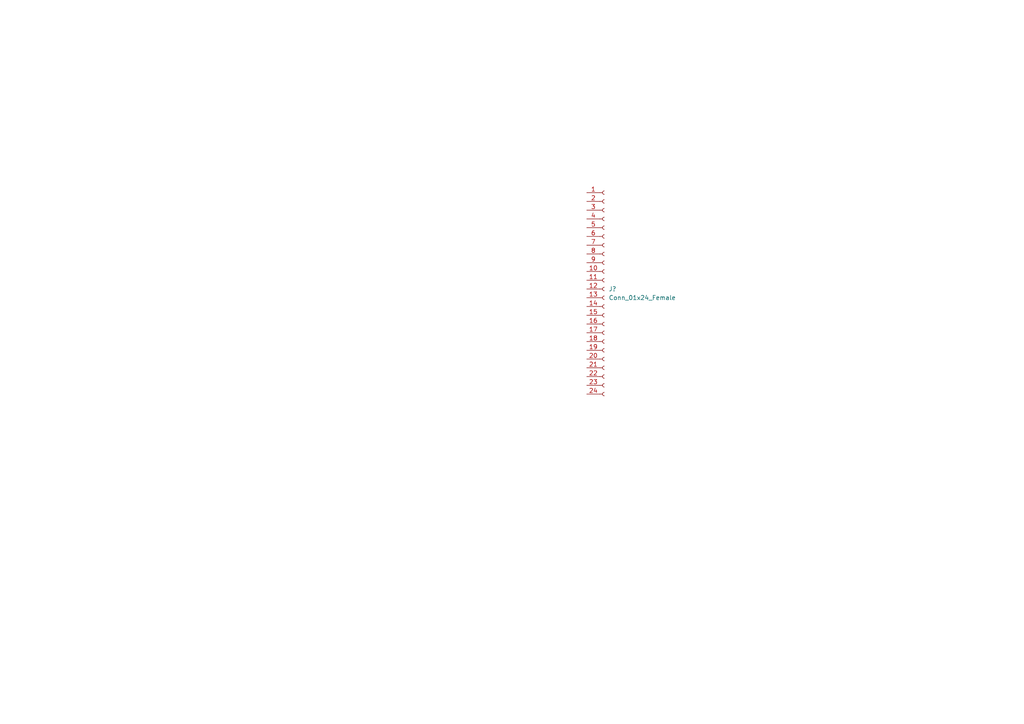
<source format=kicad_sch>
(kicad_sch (version 20211123) (generator eeschema)
  (paper "A4")
  (lib_symbols
    (symbol "Connector:Conn_01x24_Female" (pin_names (offset 1.016) hide)
      (property "Reference" "J" (at 0 30.48 0))
      (property "Value" "Conn_01x24_Female" (at 0 -33.02 0))
      (symbol "Conn_01x24_Female_1_1"
        (arc (start 0 -29.972) (mid -0.508 -30.48) (end 0 -30.988) (stroke (width 0.1524)))
        (arc (start 0 -27.432) (mid -0.508 -27.94) (end 0 -28.448) (stroke (width 0.1524)))
        (arc (start 0 -24.892) (mid -0.508 -25.4) (end 0 -25.908) (stroke (width 0.1524)))
        (arc (start 0 -22.352) (mid -0.508 -22.86) (end 0 -23.368) (stroke (width 0.1524)))
        (arc (start 0 -19.812) (mid -0.508 -20.32) (end 0 -20.828) (stroke (width 0.1524)))
        (arc (start 0 -17.272) (mid -0.508 -17.78) (end 0 -18.288) (stroke (width 0.1524)))
        (arc (start 0 -14.732) (mid -0.508 -15.24) (end 0 -15.748) (stroke (width 0.1524)))
        (arc (start 0 -12.192) (mid -0.508 -12.7) (end 0 -13.208) (stroke (width 0.1524)))
        (arc (start 0 -9.652) (mid -0.508 -10.16) (end 0 -10.668) (stroke (width 0.1524)))
        (arc (start 0 -7.112) (mid -0.508 -7.62) (end 0 -8.128) (stroke (width 0.1524)))
        (arc (start 0 -4.572) (mid -0.508 -5.08) (end 0 -5.588) (stroke (width 0.1524)))
        (arc (start 0 -2.032) (mid -0.508 -2.54) (end 0 -3.048) (stroke (width 0.1524)))
        (polyline (pts (xy -1.27 -30.48) (xy -0.508 -30.48)) (stroke (width 0.1524)))
        (polyline (pts (xy -1.27 -27.94) (xy -0.508 -27.94)) (stroke (width 0.1524)))
        (polyline (pts (xy -1.27 -25.4) (xy -0.508 -25.4)) (stroke (width 0.1524)))
        (polyline (pts (xy -1.27 -22.86) (xy -0.508 -22.86)) (stroke (width 0.1524)))
        (polyline (pts (xy -1.27 -20.32) (xy -0.508 -20.32)) (stroke (width 0.1524)))
        (polyline (pts (xy -1.27 -17.78) (xy -0.508 -17.78)) (stroke (width 0.1524)))
        (polyline (pts (xy -1.27 -15.24) (xy -0.508 -15.24)) (stroke (width 0.1524)))
        (polyline (pts (xy -1.27 -12.7) (xy -0.508 -12.7)) (stroke (width 0.1524)))
        (polyline (pts (xy -1.27 -10.16) (xy -0.508 -10.16)) (stroke (width 0.1524)))
        (polyline (pts (xy -1.27 -7.62) (xy -0.508 -7.62)) (stroke (width 0.1524)))
        (polyline (pts (xy -1.27 -5.08) (xy -0.508 -5.08)) (stroke (width 0.1524)))
        (polyline (pts (xy -1.27 -2.54) (xy -0.508 -2.54)) (stroke (width 0.1524)))
        (polyline (pts (xy -1.27 0) (xy -0.508 0)) (stroke (width 0.1524)))
        (polyline (pts (xy -1.27 2.54) (xy -0.508 2.54)) (stroke (width 0.1524)))
        (polyline (pts (xy -1.27 5.08) (xy -0.508 5.08)) (stroke (width 0.1524)))
        (polyline (pts (xy -1.27 7.62) (xy -0.508 7.62)) (stroke (width 0.1524)))
        (polyline (pts (xy -1.27 10.16) (xy -0.508 10.16)) (stroke (width 0.1524)))
        (polyline (pts (xy -1.27 12.7) (xy -0.508 12.7)) (stroke (width 0.1524)))
        (polyline (pts (xy -1.27 15.24) (xy -0.508 15.24)) (stroke (width 0.1524)))
        (polyline (pts (xy -1.27 17.78) (xy -0.508 17.78)) (stroke (width 0.1524)))
        (polyline (pts (xy -1.27 20.32) (xy -0.508 20.32)) (stroke (width 0.1524)))
        (polyline (pts (xy -1.27 22.86) (xy -0.508 22.86)) (stroke (width 0.1524)))
        (polyline (pts (xy -1.27 25.4) (xy -0.508 25.4)) (stroke (width 0.1524)))
        (polyline (pts (xy -1.27 27.94) (xy -0.508 27.94)) (stroke (width 0.1524)))
        (arc (start 0 0.508) (mid -0.508 0) (end 0 -0.508) (stroke (width 0.1524)))
        (arc (start 0 3.048) (mid -0.508 2.54) (end 0 2.032) (stroke (width 0.1524)))
        (arc (start 0 5.588) (mid -0.508 5.08) (end 0 4.572) (stroke (width 0.1524)))
        (arc (start 0 8.128) (mid -0.508 7.62) (end 0 7.112) (stroke (width 0.1524)))
        (arc (start 0 10.668) (mid -0.508 10.16) (end 0 9.652) (stroke (width 0.1524)))
        (arc (start 0 13.208) (mid -0.508 12.7) (end 0 12.192) (stroke (width 0.1524)))
        (arc (start 0 15.748) (mid -0.508 15.24) (end 0 14.732) (stroke (width 0.1524)))
        (arc (start 0 18.288) (mid -0.508 17.78) (end 0 17.272) (stroke (width 0.1524)))
        (arc (start 0 20.828) (mid -0.508 20.32) (end 0 19.812) (stroke (width 0.1524)))
        (arc (start 0 23.368) (mid -0.508 22.86) (end 0 22.352) (stroke (width 0.1524)))
        (arc (start 0 25.908) (mid -0.508 25.4) (end 0 24.892) (stroke (width 0.1524)))
        (arc (start 0 28.448) (mid -0.508 27.94) (end 0 27.432) (stroke (width 0.1524)))
        (pin passive line (at -5.08 27.94 0) (length 3.81) (name "Pin_1") (number "1"))
        (pin passive line (at -5.08 5.08 0) (length 3.81) (name "Pin_10") (number "10"))
        (pin passive line (at -5.08 2.54 0) (length 3.81) (name "Pin_11") (number "11"))
        (pin passive line (at -5.08 0 0) (length 3.81) (name "Pin_12") (number "12"))
        (pin passive line (at -5.08 -2.54 0) (length 3.81) (name "Pin_13") (number "13"))
        (pin passive line (at -5.08 -5.08 0) (length 3.81) (name "Pin_14") (number "14"))
        (pin passive line (at -5.08 -7.62 0) (length 3.81) (name "Pin_15") (number "15"))
        (pin passive line (at -5.08 -10.16 0) (length 3.81) (name "Pin_16") (number "16"))
        (pin passive line (at -5.08 -12.7 0) (length 3.81) (name "Pin_17") (number "17"))
        (pin passive line (at -5.08 -15.24 0) (length 3.81) (name "Pin_18") (number "18"))
        (pin passive line (at -5.08 -17.78 0) (length 3.81) (name "Pin_19") (number "19"))
        (pin passive line (at -5.08 25.4 0) (length 3.81) (name "Pin_2") (number "2"))
        (pin passive line (at -5.08 -20.32 0) (length 3.81) (name "Pin_20") (number "20"))
        (pin passive line (at -5.08 -22.86 0) (length 3.81) (name "Pin_21") (number "21"))
        (pin passive line (at -5.08 -25.4 0) (length 3.81) (name "Pin_22") (number "22"))
        (pin passive line (at -5.08 -27.94 0) (length 3.81) (name "Pin_23") (number "23"))
        (pin passive line (at -5.08 -30.48 0) (length 3.81) (name "Pin_24") (number "24"))
        (pin passive line (at -5.08 22.86 0) (length 3.81) (name "Pin_3") (number "3"))
        (pin passive line (at -5.08 20.32 0) (length 3.81) (name "Pin_4") (number "4"))
        (pin passive line (at -5.08 17.78 0) (length 3.81) (name "Pin_5") (number "5"))
        (pin passive line (at -5.08 15.24 0) (length 3.81) (name "Pin_6") (number "6"))
        (pin passive line (at -5.08 12.7 0) (length 3.81) (name "Pin_7") (number "7"))
        (pin passive line (at -5.08 10.16 0) (length 3.81) (name "Pin_8") (number "8"))
        (pin passive line (at -5.08 7.62 0) (length 3.81) (name "Pin_9") (number "9"))
      )
    )
  )
  (symbol (lib_id "Connector:Conn_01x24_Female") (at 175.26 83.82 0) (unit 1)
    (property "Reference" "J?" (at 176.53 83.8199 0) (effects (justify left)))
    (property "Value" "Conn_01x24_Female" (at 176.53 86.3599 0) (effects (justify left)))
    (property "Footprint" "Connector_PinHeader_2.00mm:PinHeader_1x24_P2.00mm_Vertical" (effects hide))
  )
)
</source>
